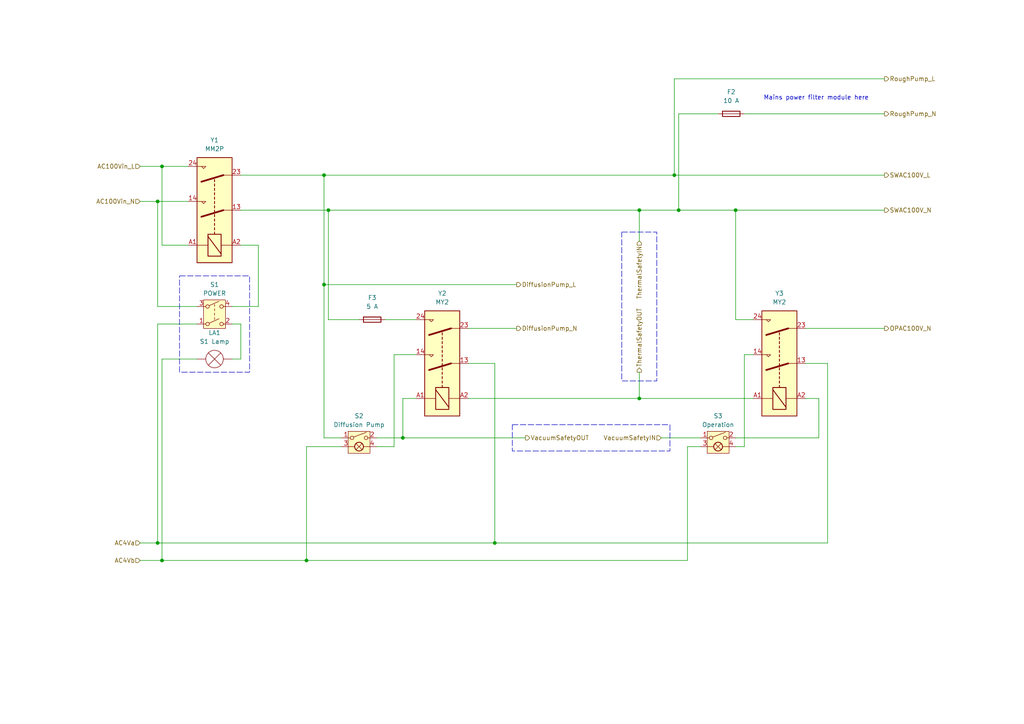
<source format=kicad_sch>
(kicad_sch (version 20250114) (generator "eeschema") (generator_version "9.0")
  (paper "A4")
  (title_block (title "N80M01 Power Controls") (date "2025-07-30") (rev "1") (comment 1 "This schematic did not include the Roughing Pump start button"))
  (lib_symbols
    (symbol "Device:Fuse" (pin_numbers (hide yes)) (pin_names (offset 0))
      (property "Reference" "F" (at 2.032 0 90))
      (property "Value" "Fuse" (at -1.905 0 90))
      (symbol "Fuse_0_1"
        (rectangle (start -0.762 -2.54) (end 0.762 2.54) (stroke (width 0.254)))
        (polyline (pts (xy 0 2.54) (xy 0 -2.54)))
      )
      (symbol "Fuse_1_1"
        (pin passive line (at 0 3.81 270) (length 1.27) (name "~") (number "1"))
        (pin passive line (at 0 -3.81 90) (length 1.27) (name "~") (number "2"))
      )
    )
    (symbol "Device:Lamp" (pin_numbers (hide yes)) (pin_names (offset 0.0254) (hide yes))
      (property "Reference" "LA" (at 0.635 3.81 0))
      (property "Value" "Lamp" (at 0.635 -3.81 0))
      (symbol "Lamp_0_1"
        (polyline (pts (xy -1.778 1.778) (xy 1.778 -1.778)))
        (circle (center 0 0) (radius 2.54))
        (polyline (pts (xy 1.778 1.778) (xy -1.778 -1.778)))
      )
      (symbol "Lamp_1_1"
        (pin passive line (at 0 5.08 270) (length 2.54) (name "+") (number "2"))
        (pin passive line (at 0 -5.08 90) (length 2.54) (name "-") (number "1"))
      )
    )
    (symbol "Relay:Relay_DPST-NO"
      (property "Reference" "K" (at 16.51 3.81 0))
      (property "Value" "Relay_DPST-NO" (at 16.51 1.27 0))
      (symbol "Relay_DPST-NO_0_1"
        (rectangle (start -15.24 5.08) (end 15.24 -5.08) (stroke (width 0.254)) (fill (type background)))
        (rectangle (start -13.335 1.905) (end -6.985 -1.905) (stroke (width 0.254)))
        (polyline (pts (xy -12.7 -1.905) (xy -7.62 1.905)) (stroke (width 0.254)))
        (polyline (pts (xy -10.16 5.08) (xy -10.16 1.905)))
        (polyline (pts (xy -10.16 -5.08) (xy -10.16 -1.905)))
        (polyline (pts (xy -6.985 0) (xy -6.35 0)) (stroke (width 0.254)))
        (polyline (pts (xy -5.715 0) (xy -5.08 0)) (stroke (width 0.254)))
        (polyline (pts (xy -4.445 0) (xy -3.81 0)) (stroke (width 0.254)))
        (polyline (pts (xy -3.175 0) (xy -2.54 0)) (stroke (width 0.254)))
        (polyline (pts (xy -1.905 0) (xy -1.27 0)) (stroke (width 0.254)))
        (polyline (pts (xy -0.635 0) (xy 0 0)) (stroke (width 0.254)))
        (polyline (pts (xy 0 -2.54) (xy -1.905 3.81)) (stroke (width 0.508)))
        (polyline (pts (xy 0 -2.54) (xy 0 -5.08)))
        (polyline (pts (xy 0.635 0) (xy 1.27 0)) (stroke (width 0.254)))
        (polyline (pts (xy 1.905 0) (xy 2.54 0)) (stroke (width 0.254)))
        (polyline (pts (xy 2.54 5.08) (xy 2.54 2.54) (xy 1.905 3.175) (xy 2.54 3.81)))
        (polyline (pts (xy 3.175 0) (xy 3.81 0)) (stroke (width 0.254)))
        (polyline (pts (xy 4.445 0) (xy 5.08 0)) (stroke (width 0.254)))
        (polyline (pts (xy 5.715 0) (xy 6.35 0)) (stroke (width 0.254)))
        (polyline (pts (xy 6.985 0) (xy 7.62 0)) (stroke (width 0.254)))
        (polyline (pts (xy 8.255 0) (xy 8.89 0)) (stroke (width 0.254)))
        (polyline (pts (xy 10.16 -2.54) (xy 8.255 3.81)) (stroke (width 0.508)))
        (polyline (pts (xy 10.16 -2.54) (xy 10.16 -5.08)))
        (polyline (pts (xy 12.7 5.08) (xy 12.7 2.54) (xy 12.065 3.175) (xy 12.7 3.81)))
      )
      (symbol "Relay_DPST-NO_1_1"
        (pin passive line (at -10.16 7.62 270) (length 2.54) (name "~") (number "A1"))
        (pin passive line (at -10.16 -7.62 90) (length 2.54) (name "~") (number "A2"))
        (pin passive line (at 0 -7.62 90) (length 2.54) (name "~") (number "13"))
        (pin passive line (at 2.54 7.62 270) (length 2.54) (name "~") (number "14"))
        (pin passive line (at 10.16 -7.62 90) (length 2.54) (name "~") (number "23"))
        (pin passive line (at 12.7 7.62 270) (length 2.54) (name "~") (number "24"))
      )
    )
    (symbol "Switch:SW_DPST" (pin_names (offset 0) (hide yes))
      (property "Reference" "SW" (at 0 6.35 0))
      (property "Value" "SW_DPST" (at 0 -5.08 0))
      (symbol "SW_DPST_0_0"
        (circle (center -2.032 2.54) (radius 0.508))
        (circle (center -2.032 -2.54) (radius 0.508))
        (polyline (pts (xy -1.524 2.794) (xy 1.27 4.064)))
        (polyline (pts (xy -1.524 -2.286) (xy 1.27 -1.016)))
        (polyline (pts (xy 0 2.54) (xy 0 3.175)))
        (polyline (pts (xy 0 1.27) (xy 0 1.905)))
        (polyline (pts (xy 0 0) (xy 0 0.635)))
        (polyline (pts (xy 0 -1.27) (xy 0 -0.635)))
        (circle (center 2.032 2.54) (radius 0.508))
        (circle (center 2.032 -2.54) (radius 0.508))
      )
      (symbol "SW_DPST_1_1"
        (rectangle (start -3.175 4.445) (end 3.175 -3.81) (fill (type background)))
        (pin passive line (at -5.08 2.54 0) (length 2.54) (name "3") (number "3"))
        (pin passive line (at -5.08 -2.54 0) (length 2.54) (name "1") (number "1"))
        (pin passive line (at 5.08 2.54 180) (length 2.54) (name "4") (number "4"))
        (pin passive line (at 5.08 -2.54 180) (length 2.54) (name "2") (number "2"))
      )
    )
    (symbol "Switch:SW_SPST_Lamp" (pin_names (offset 1.016) (hide yes))
      (property "Reference" "SW" (at 0 6.35 0))
      (property "Value" "SW_SPST_Lamp" (at 0 -3.81 0))
      (symbol "SW_SPST_Lamp_0_1"
        (polyline (pts (xy -2.54 0) (xy -1.27 0)))
        (circle (center -2.032 2.54) (radius 0.508))
        (polyline (pts (xy -1.524 2.794) (xy 2.159 4.191)))
        (polyline (pts (xy -0.889 -0.889) (xy 0.889 0.889)))
        (circle (center 0 0) (radius 1.27) (stroke (width 0.254)))
        (polyline (pts (xy 0.889 -0.889) (xy -0.889 0.889)))
        (circle (center 2.032 2.54) (radius 0.508))
        (polyline (pts (xy 2.54 0) (xy 1.27 0)))
        (pin passive line (at -5.08 2.54 0) (length 2.54) (name "1") (number "1"))
        (pin passive line (at -5.08 0 0) (length 2.54) (name "L") (number "3"))
        (pin passive line (at 5.08 2.54 180) (length 2.54) (name "2") (number "2"))
        (pin passive line (at 5.08 0 180) (length 2.54) (name "L") (number "4"))
      )
      (symbol "SW_SPST_Lamp_1_1"
        (rectangle (start -3.175 4.445) (end 3.175 -1.905) (fill (type background)))
      )
    )
  )
  (rectangle (start 148.59 123.19) (end 194.31 130.81) (stroke (width 0) (type dash)))
  (rectangle (start 52.07 80.01) (end 72.39 107.95) (stroke (width 0) (type dash)))
  (rectangle (start 180.34 67.31) (end 190.5 110.49) (stroke (width 0) (type dash)))
  (text "Mains power filter module here" (at 236.728 28.448 0) (effects (font (size 1.27 1.27))))
  (junction (at 93.98 82.55))
  (junction (at 116.84 127))
  (junction (at 185.42 60.96))
  (junction (at 195.58 50.8))
  (junction (at 46.99 48.26))
  (junction (at 46.99 162.56))
  (junction (at 196.85 60.96))
  (junction (at 95.25 60.96))
  (junction (at 143.51 157.48))
  (junction (at 185.42 115.57))
  (junction (at 45.72 157.48))
  (junction (at 88.9 162.56))
  (junction (at 45.72 58.42))
  (junction (at 93.98 50.8))
  (junction (at 213.36 60.96))
  (wire (pts (xy 195.58 22.86) (xy 195.58 50.8)))
  (wire (pts (xy 93.98 50.8) (xy 93.98 82.55)))
  (wire (pts (xy 69.85 104.14) (xy 67.31 104.14)))
  (wire (pts (xy 46.99 48.26) (xy 54.61 48.26)))
  (wire (pts (xy 93.98 50.8) (xy 69.85 50.8)))
  (wire (pts (xy 40.64 157.48) (xy 45.72 157.48)))
  (wire (pts (xy 215.9 129.54) (xy 213.36 129.54)))
  (wire (pts (xy 114.3 129.54) (xy 114.3 102.87)))
  (wire (pts (xy 45.72 93.98) (xy 57.15 93.98)))
  (wire (pts (xy 185.42 115.57) (xy 218.44 115.57)))
  (wire (pts (xy 191.77 127) (xy 203.2 127)))
  (wire (pts (xy 46.99 162.56) (xy 88.9 162.56)))
  (wire (pts (xy 67.31 93.98) (xy 69.85 93.98)))
  (wire (pts (xy 93.98 127) (xy 93.98 82.55)))
  (wire (pts (xy 74.93 88.9) (xy 74.93 71.12)))
  (wire (pts (xy 109.22 127) (xy 116.84 127)))
  (wire (pts (xy 143.51 105.41) (xy 143.51 157.48)))
  (wire (pts (xy 240.03 105.41) (xy 240.03 157.48)))
  (wire (pts (xy 45.72 93.98) (xy 45.72 157.48)))
  (wire (pts (xy 40.64 58.42) (xy 45.72 58.42)))
  (wire (pts (xy 199.39 162.56) (xy 88.9 162.56)))
  (wire (pts (xy 233.68 95.25) (xy 256.54 95.25)))
  (wire (pts (xy 54.61 71.12) (xy 46.99 71.12)))
  (wire (pts (xy 40.64 162.56) (xy 46.99 162.56)))
  (wire (pts (xy 237.49 115.57) (xy 233.68 115.57)))
  (wire (pts (xy 74.93 71.12) (xy 69.85 71.12)))
  (wire (pts (xy 256.54 22.86) (xy 195.58 22.86)))
  (wire (pts (xy 46.99 104.14) (xy 46.99 162.56)))
  (wire (pts (xy 109.22 129.54) (xy 114.3 129.54)))
  (wire (pts (xy 135.89 105.41) (xy 143.51 105.41)))
  (wire (pts (xy 69.85 60.96) (xy 95.25 60.96)))
  (wire (pts (xy 213.36 127) (xy 237.49 127)))
  (wire (pts (xy 93.98 82.55) (xy 149.86 82.55)))
  (wire (pts (xy 143.51 157.48) (xy 240.03 157.48)))
  (wire (pts (xy 203.2 129.54) (xy 199.39 129.54)))
  (wire (pts (xy 199.39 129.54) (xy 199.39 162.56)))
  (wire (pts (xy 195.58 50.8) (xy 256.54 50.8)))
  (wire (pts (xy 116.84 115.57) (xy 120.65 115.57)))
  (wire (pts (xy 213.36 92.71) (xy 213.36 60.96)))
  (wire (pts (xy 99.06 127) (xy 93.98 127)))
  (wire (pts (xy 67.31 88.9) (xy 74.93 88.9)))
  (wire (pts (xy 95.25 60.96) (xy 185.42 60.96)))
  (wire (pts (xy 185.42 69.85) (xy 185.42 60.96)))
  (wire (pts (xy 215.9 102.87) (xy 215.9 129.54)))
  (wire (pts (xy 185.42 107.95) (xy 185.42 115.57)))
  (wire (pts (xy 233.68 105.41) (xy 240.03 105.41)))
  (wire (pts (xy 45.72 58.42) (xy 54.61 58.42)))
  (wire (pts (xy 46.99 104.14) (xy 57.15 104.14)))
  (wire (pts (xy 95.25 60.96) (xy 95.25 92.71)))
  (wire (pts (xy 40.64 48.26) (xy 46.99 48.26)))
  (wire (pts (xy 213.36 60.96) (xy 256.54 60.96)))
  (wire (pts (xy 237.49 127) (xy 237.49 115.57)))
  (wire (pts (xy 95.25 92.71) (xy 104.14 92.71)))
  (wire (pts (xy 135.89 115.57) (xy 185.42 115.57)))
  (wire (pts (xy 46.99 71.12) (xy 46.99 48.26)))
  (wire (pts (xy 218.44 102.87) (xy 215.9 102.87)))
  (wire (pts (xy 215.9 33.02) (xy 256.54 33.02)))
  (wire (pts (xy 99.06 129.54) (xy 88.9 129.54)))
  (wire (pts (xy 135.89 95.25) (xy 149.86 95.25)))
  (wire (pts (xy 196.85 60.96) (xy 213.36 60.96)))
  (wire (pts (xy 185.42 60.96) (xy 196.85 60.96)))
  (wire (pts (xy 116.84 127) (xy 116.84 115.57)))
  (wire (pts (xy 114.3 102.87) (xy 120.65 102.87)))
  (wire (pts (xy 69.85 93.98) (xy 69.85 104.14)))
  (wire (pts (xy 213.36 92.71) (xy 218.44 92.71)))
  (wire (pts (xy 93.98 50.8) (xy 195.58 50.8)))
  (wire (pts (xy 152.4 127) (xy 116.84 127)))
  (wire (pts (xy 45.72 157.48) (xy 143.51 157.48)))
  (wire (pts (xy 120.65 92.71) (xy 111.76 92.71)))
  (wire (pts (xy 88.9 129.54) (xy 88.9 162.56)))
  (wire (pts (xy 45.72 88.9) (xy 45.72 58.42)))
  (wire (pts (xy 208.28 33.02) (xy 196.85 33.02)))
  (wire (pts (xy 196.85 33.02) (xy 196.85 60.96)))
  (wire (pts (xy 57.15 88.9) (xy 45.72 88.9)))
  (hierarchical_label "ThermalSafetyOUT" (shape output) (at 185.42 107.95 90))
  (hierarchical_label "ThermalSafetyIN" (shape input) (at 185.42 69.85 270))
  (hierarchical_label "VacuumSafetyOUT" (shape output) (at 152.4 127 0))
  (hierarchical_label "VacuumSafetyIN" (shape input) (at 191.77 127 180))
  (hierarchical_label "AC4Va" (shape input) (at 40.64 157.48 180))
  (hierarchical_label "AC4Vb" (shape input) (at 40.64 162.56 180))
  (hierarchical_label "AC100Vin_N" (shape input) (at 40.64 58.42 180))
  (hierarchical_label "AC100Vin_L" (shape input) (at 40.64 48.26 180))
  (hierarchical_label "DiffusionPump_N" (shape output) (at 149.86 95.25 0))
  (hierarchical_label "DiffusionPump_L" (shape output) (at 149.86 82.55 0))
  (hierarchical_label "RoughPump_L" (shape output) (at 256.54 22.86 0))
  (hierarchical_label "RoughPump_N" (shape output) (at 256.54 33.02 0))
  (hierarchical_label "OPAC100V_N" (shape output) (at 256.54 95.25 0))
  (hierarchical_label "SWAC100V_L" (shape output) (at 256.54 50.8 0))
  (hierarchical_label "SWAC100V_N" (shape output) (at 256.54 60.96 0))
  (symbol (lib_id "Switch:SW_SPST_Lamp") (at 104.14 129.54 0) (unit 1)
    (property "Reference" "S2" (at 104.14 120.65 0))
    (property "Value" "Diffusion Pump" (at 104.14 123.19 0))
    (property "Description" "Single Pole Single Throw (SPST) switch with signal lamp, generic" (effects (hide yes)))
  )
  (symbol (lib_id "Device:Fuse") (at 212.09 33.02 90) (unit 1)
    (property "Reference" "F2" (at 212.09 26.67 90))
    (property "Value" "10 A" (at 212.09 29.21 90))
    (property "Description" "Fuse" (effects (hide yes)))
  )
  (symbol (lib_id "Switch:SW_DPST") (at 62.23 91.44 0) (unit 1)
    (property "Reference" "S1" (at 62.23 82.55 0))
    (property "Value" "POWER" (at 62.23 85.09 0))
    (property "Description" "Double Pole Single Throw (DPST) Switch" (effects (hide yes)))
  )
  (symbol (lib_id "Relay:Relay_DPST-NO") (at 128.27 105.41 90) (unit 1)
    (property "Reference" "Y2" (at 128.27 85.09 90))
    (property "Value" "MY2" (at 128.27 87.63 90))
    (property "Description" "Relay DPST, monostable, normally open, EN50005" (effects (hide yes)))
  )
  (symbol (lib_id "Switch:SW_SPST_Lamp") (at 208.28 129.54 0) (unit 1)
    (property "Reference" "S3" (at 208.28 120.65 0))
    (property "Value" "Operation" (at 208.28 123.19 0))
    (property "Description" "Single Pole Single Throw (SPST) switch with signal lamp, generic" (effects (hide yes)))
  )
  (symbol (lib_id "Device:Lamp") (at 62.23 104.14 90) (unit 1)
    (property "Reference" "LA1" (at 62.23 96.52 90))
    (property "Value" "S1 Lamp" (at 62.23 99.06 90))
    (property "Description" "Lamp" (effects (hide yes)))
  )
  (symbol (lib_id "Device:Fuse") (at 107.95 92.71 90) (unit 1)
    (property "Reference" "F3" (at 107.95 86.36 90))
    (property "Value" "5 A" (at 107.95 88.9 90))
    (property "Description" "Fuse" (effects (hide yes)))
  )
  (symbol (lib_id "Relay:Relay_DPST-NO") (at 226.06 105.41 90) (unit 1)
    (property "Reference" "Y3" (at 226.06 85.09 90))
    (property "Value" "MY2" (at 226.06 87.63 90))
    (property "Description" "Relay DPST, monostable, normally open, EN50005" (effects (hide yes)))
  )
  (symbol (lib_id "Relay:Relay_DPST-NO") (at 62.23 60.96 90) (unit 1)
    (property "Reference" "Y1" (at 62.23 40.64 90))
    (property "Value" "MM2P" (at 62.23 43.18 90))
    (property "Description" "Relay DPST, monostable, normally open, EN50005" (effects (hide yes)))
  )
)
</source>
